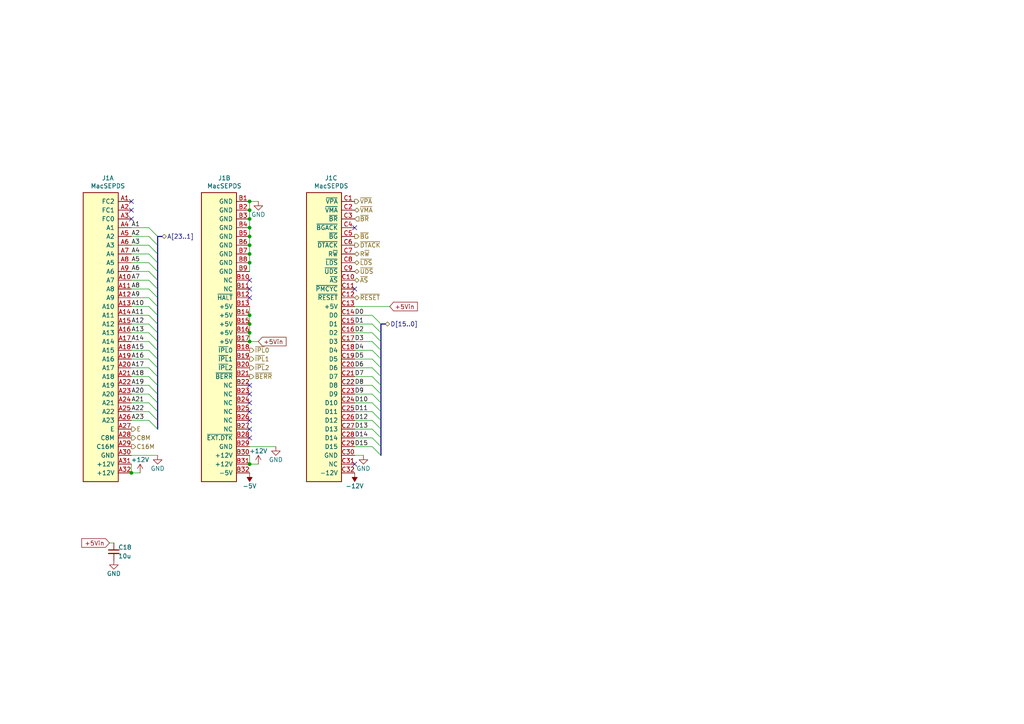
<source format=kicad_sch>
(kicad_sch (version 20231120) (generator "eeschema") (generator_version "8.0")
  (paper "A4")
  (title_block (title "WarpSE (GW4410A)") (date "2024-04-23") (rev "1.0") (company "Garrett's Workshop"))
  (lib_symbols
    (symbol "Device:C_Small" (pin_numbers hide) (pin_names (offset 0.254) hide)
      (property "Reference" "C" (at 0.254 1.778 0))
      (property "Value" "C_Small" (at 0.254 -2.032 0))
      (symbol "C_Small_0_1"
        (polyline (pts (xy -1.524 -0.508) (xy 1.524 -0.508)) (stroke (width 0.3302)))
        (polyline (pts (xy -1.524 0.508) (xy 1.524 0.508)) (stroke (width 0.3048)))
      )
      (symbol "C_Small_1_1"
        (pin passive line (at 0 2.54 270) (length 2.032) (name "~") (number "1"))
        (pin passive line (at 0 -2.54 90) (length 2.032) (name "~") (number "2"))
      )
    )
    (symbol "GW_Connector:MacSEPDS" (pin_names (offset 1.016))
      (property "Reference" "J" (at 0 45.72 0))
      (property "Value" "MacSEPDS" (at 0 -40.64 0))
      (symbol "MacSEPDS_0_1"
        (rectangle (start 0 44.45) (end -10.16 -39.37) (stroke (width 0.254)) (fill (type background)))
      )
      (symbol "MacSEPDS_1_1"
        (pin unspecified line (at 3.81 41.91 180) (length 3.81) (name "FC2") (number "A1"))
        (pin unspecified line (at 3.81 19.05 180) (length 3.81) (name "A7") (number "A10"))
        (pin unspecified line (at 3.81 16.51 180) (length 3.81) (name "A8") (number "A11"))
        (pin unspecified line (at 3.81 13.97 180) (length 3.81) (name "A9") (number "A12"))
        (pin unspecified line (at 3.81 11.43 180) (length 3.81) (name "A10") (number "A13"))
        (pin unspecified line (at 3.81 8.89 180) (length 3.81) (name "A11") (number "A14"))
        (pin unspecified line (at 3.81 6.35 180) (length 3.81) (name "A12") (number "A15"))
        (pin unspecified line (at 3.81 3.81 180) (length 3.81) (name "A13") (number "A16"))
        (pin unspecified line (at 3.81 1.27 180) (length 3.81) (name "A14") (number "A17"))
        (pin unspecified line (at 3.81 -1.27 180) (length 3.81) (name "A15") (number "A18"))
        (pin unspecified line (at 3.81 -3.81 180) (length 3.81) (name "A16") (number "A19"))
        (pin unspecified line (at 3.81 39.37 180) (length 3.81) (name "FC1") (number "A2"))
        (pin unspecified line (at 3.81 -6.35 180) (length 3.81) (name "A17") (number "A20"))
        (pin unspecified line (at 3.81 -8.89 180) (length 3.81) (name "A18") (number "A21"))
        (pin unspecified line (at 3.81 -11.43 180) (length 3.81) (name "A19") (number "A22"))
        (pin unspecified line (at 3.81 -13.97 180) (length 3.81) (name "A20") (number "A23"))
        (pin unspecified line (at 3.81 -16.51 180) (length 3.81) (name "A21") (number "A24"))
        (pin unspecified line (at 3.81 -19.05 180) (length 3.81) (name "A22") (number "A25"))
        (pin unspecified line (at 3.81 -21.59 180) (length 3.81) (name "A23") (number "A26"))
        (pin unspecified line (at 3.81 -24.13 180) (length 3.81) (name "E") (number "A27"))
        (pin unspecified line (at 3.81 -26.67 180) (length 3.81) (name "C8M") (number "A28"))
        (pin unspecified line (at 3.81 -29.21 180) (length 3.81) (name "C16M") (number "A29"))
        (pin unspecified line (at 3.81 36.83 180) (length 3.81) (name "FC0") (number "A3"))
        (pin unspecified line (at 3.81 -31.75 180) (length 3.81) (name "GND") (number "A30"))
        (pin unspecified line (at 3.81 -34.29 180) (length 3.81) (name "+12V") (number "A31"))
        (pin unspecified line (at 3.81 -36.83 180) (length 3.81) (name "+12V") (number "A32"))
        (pin unspecified line (at 3.81 34.29 180) (length 3.81) (name "A1") (number "A4"))
        (pin unspecified line (at 3.81 31.75 180) (length 3.81) (name "A2") (number "A5"))
        (pin unspecified line (at 3.81 29.21 180) (length 3.81) (name "A3") (number "A6"))
        (pin unspecified line (at 3.81 26.67 180) (length 3.81) (name "A4") (number "A7"))
        (pin unspecified line (at 3.81 24.13 180) (length 3.81) (name "A5") (number "A8"))
        (pin unspecified line (at 3.81 21.59 180) (length 3.81) (name "A6") (number "A9"))
      )
      (symbol "MacSEPDS_2_1"
        (pin unspecified line (at 3.81 41.91 180) (length 3.81) (name "GND") (number "B1"))
        (pin unspecified line (at 3.81 19.05 180) (length 3.81) (name "NC") (number "B10"))
        (pin unspecified line (at 3.81 16.51 180) (length 3.81) (name "NC") (number "B11"))
        (pin unspecified line (at 3.81 13.97 180) (length 3.81) (name "~{HALT}") (number "B12"))
        (pin unspecified line (at 3.81 11.43 180) (length 3.81) (name "+5V") (number "B13"))
        (pin unspecified line (at 3.81 8.89 180) (length 3.81) (name "+5V") (number "B14"))
        (pin unspecified line (at 3.81 6.35 180) (length 3.81) (name "+5V") (number "B15"))
        (pin unspecified line (at 3.81 3.81 180) (length 3.81) (name "+5V") (number "B16"))
        (pin unspecified line (at 3.81 1.27 180) (length 3.81) (name "+5V") (number "B17"))
        (pin unspecified line (at 3.81 -1.27 180) (length 3.81) (name "~{IPL}0") (number "B18"))
        (pin unspecified line (at 3.81 -3.81 180) (length 3.81) (name "~{IPL}1") (number "B19"))
        (pin unspecified line (at 3.81 39.37 180) (length 3.81) (name "GND") (number "B2"))
        (pin unspecified line (at 3.81 -6.35 180) (length 3.81) (name "~{IPL}2") (number "B20"))
        (pin unspecified line (at 3.81 -8.89 180) (length 3.81) (name "~{BERR}") (number "B21"))
        (pin unspecified line (at 3.81 -11.43 180) (length 3.81) (name "NC") (number "B22"))
        (pin unspecified line (at 3.81 -13.97 180) (length 3.81) (name "NC") (number "B23"))
        (pin unspecified line (at 3.81 -16.51 180) (length 3.81) (name "NC") (number "B24"))
        (pin unspecified line (at 3.81 -19.05 180) (length 3.81) (name "NC") (number "B25"))
        (pin unspecified line (at 3.81 -21.59 180) (length 3.81) (name "NC") (number "B26"))
        (pin unspecified line (at 3.81 -24.13 180) (length 3.81) (name "NC") (number "B27"))
        (pin unspecified line (at 3.81 -26.67 180) (length 3.81) (name "~{EXT.DTK}") (number "B28"))
        (pin unspecified line (at 3.81 -29.21 180) (length 3.81) (name "GND") (number "B29"))
        (pin unspecified line (at 3.81 36.83 180) (length 3.81) (name "GND") (number "B3"))
        (pin unspecified line (at 3.81 -31.75 180) (length 3.81) (name "+12V") (number "B30"))
        (pin unspecified line (at 3.81 -34.29 180) (length 3.81) (name "+12V") (number "B31"))
        (pin unspecified line (at 3.81 -36.83 180) (length 3.81) (name "-5V") (number "B32"))
        (pin unspecified line (at 3.81 34.29 180) (length 3.81) (name "GND") (number "B4"))
        (pin unspecified line (at 3.81 31.75 180) (length 3.81) (name "GND") (number "B5"))
        (pin unspecified line (at 3.81 29.21 180) (length 3.81) (name "GND") (number "B6"))
        (pin unspecified line (at 3.81 26.67 180) (length 3.81) (name "GND") (number "B7"))
        (pin unspecified line (at 3.81 24.13 180) (length 3.81) (name "GND") (number "B8"))
        (pin unspecified line (at 3.81 21.59 180) (length 3.81) (name "GND") (number "B9"))
      )
      (symbol "MacSEPDS_3_1"
        (pin unspecified line (at 3.81 41.91 180) (length 3.81) (name "~{VPA}") (number "C1"))
        (pin unspecified line (at 3.81 19.05 180) (length 3.81) (name "~{AS}") (number "C10"))
        (pin unspecified line (at 3.81 16.51 180) (length 3.81) (name "~{PMCYC}") (number "C11"))
        (pin unspecified line (at 3.81 13.97 180) (length 3.81) (name "~{RESET}") (number "C12"))
        (pin unspecified line (at 3.81 11.43 180) (length 3.81) (name "+5V") (number "C13"))
        (pin unspecified line (at 3.81 8.89 180) (length 3.81) (name "D0") (number "C14"))
        (pin unspecified line (at 3.81 6.35 180) (length 3.81) (name "D1") (number "C15"))
        (pin unspecified line (at 3.81 3.81 180) (length 3.81) (name "D2") (number "C16"))
        (pin unspecified line (at 3.81 1.27 180) (length 3.81) (name "D3") (number "C17"))
        (pin unspecified line (at 3.81 -1.27 180) (length 3.81) (name "D4") (number "C18"))
        (pin unspecified line (at 3.81 -3.81 180) (length 3.81) (name "D5") (number "C19"))
        (pin unspecified line (at 3.81 39.37 180) (length 3.81) (name "~{VMA}") (number "C2"))
        (pin unspecified line (at 3.81 -6.35 180) (length 3.81) (name "D6") (number "C20"))
        (pin unspecified line (at 3.81 -8.89 180) (length 3.81) (name "D7") (number "C21"))
        (pin unspecified line (at 3.81 -11.43 180) (length 3.81) (name "D8") (number "C22"))
        (pin unspecified line (at 3.81 -13.97 180) (length 3.81) (name "D9") (number "C23"))
        (pin unspecified line (at 3.81 -16.51 180) (length 3.81) (name "D10") (number "C24"))
        (pin unspecified line (at 3.81 -19.05 180) (length 3.81) (name "D11") (number "C25"))
        (pin unspecified line (at 3.81 -21.59 180) (length 3.81) (name "D12") (number "C26"))
        (pin unspecified line (at 3.81 -24.13 180) (length 3.81) (name "D13") (number "C27"))
        (pin unspecified line (at 3.81 -26.67 180) (length 3.81) (name "D14") (number "C28"))
        (pin unspecified line (at 3.81 -29.21 180) (length 3.81) (name "D15") (number "C29"))
        (pin unspecified line (at 3.81 36.83 180) (length 3.81) (name "~{BR}") (number "C3"))
        (pin unspecified line (at 3.81 -31.75 180) (length 3.81) (name "GND") (number "C30"))
        (pin unspecified line (at 3.81 -34.29 180) (length 3.81) (name "NC") (number "C31"))
        (pin unspecified line (at 3.81 -36.83 180) (length 3.81) (name "-12V") (number "C32"))
        (pin unspecified line (at 3.81 34.29 180) (length 3.81) (name "~{BGACK}") (number "C4"))
        (pin unspecified line (at 3.81 31.75 180) (length 3.81) (name "~{BG}") (number "C5"))
        (pin unspecified line (at 3.81 29.21 180) (length 3.81) (name "~{DTACK}") (number "C6"))
        (pin unspecified line (at 3.81 26.67 180) (length 3.81) (name "R~{W}") (number "C7"))
        (pin unspecified line (at 3.81 24.13 180) (length 3.81) (name "~{LDS}") (number "C8"))
        (pin unspecified line (at 3.81 21.59 180) (length 3.81) (name "~{UDS}") (number "C9"))
      )
    )
    (symbol "power:+12V" (power) (pin_names (offset 0))
      (property "Value" "+12V" (at 0 3.556 0))
      (symbol "+12V_0_1"
        (polyline (pts (xy -0.762 1.27) (xy 0 2.54)))
        (polyline (pts (xy 0 0) (xy 0 2.54)))
        (polyline (pts (xy 0 2.54) (xy 0.762 1.27)))
      )
      (symbol "+12V_1_1"
        (pin power_in line (at 0 0 90) (length 0) hide (name "+12V") (number "1"))
      )
    )
    (symbol "power:-12V" (power) (pin_names (offset 0))
      (property "Value" "-12V" (at 0 3.81 0))
      (symbol "-12V_0_0"
        (pin power_in line (at 0 0 90) (length 0) hide (name "-12V") (number "1"))
      )
      (symbol "-12V_0_1"
        (polyline (pts (xy 0 0) (xy 0 1.27) (xy 0.762 1.27) (xy 0 2.54) (xy -0.762 1.27) (xy 0 1.27)) (fill (type outline)))
      )
    )
    (symbol "power:-5V" (power) (pin_names (offset 0))
      (property "Value" "-5V" (at 0 3.81 0))
      (symbol "-5V_0_0"
        (pin power_in line (at 0 0 90) (length 0) hide (name "-5V") (number "1"))
      )
      (symbol "-5V_0_1"
        (polyline (pts (xy 0 0) (xy 0 1.27) (xy 0.762 1.27) (xy 0 2.54) (xy -0.762 1.27) (xy 0 1.27)) (fill (type outline)))
      )
    )
    (symbol "power:GND" (power) (pin_names (offset 0))
      (property "Value" "GND" (at 0 -3.81 0))
      (symbol "GND_0_1"
        (polyline (pts (xy 0 0) (xy 0 -1.27) (xy 1.27 -1.27) (xy 0 -2.54) (xy -1.27 -1.27) (xy 0 -1.27)))
      )
      (symbol "GND_1_1"
        (pin power_in line (at 0 0 270) (length 0) hide (name "GND") (number "1"))
      )
    )
  )
  (junction (at 72.39 91.44))
  (junction (at 72.39 58.42))
  (junction (at 72.39 60.96))
  (junction (at 72.39 68.58))
  (junction (at 72.39 99.06))
  (junction (at 72.39 134.62))
  (junction (at 72.39 93.98))
  (junction (at 72.39 66.04))
  (junction (at 38.1 137.16))
  (junction (at 72.39 63.5))
  (junction (at 72.39 71.12))
  (junction (at 72.39 73.66))
  (junction (at 72.39 96.52))
  (junction (at 72.39 76.2))
  (no_connect (at 72.39 83.82))
  (no_connect (at 102.87 66.04))
  (no_connect (at 72.39 81.28))
  (no_connect (at 72.39 121.92))
  (no_connect (at 72.39 116.84))
  (no_connect (at 38.1 60.96))
  (no_connect (at 72.39 119.38))
  (no_connect (at 38.1 63.5))
  (no_connect (at 72.39 86.36))
  (no_connect (at 72.39 124.46))
  (no_connect (at 38.1 58.42))
  (no_connect (at 102.87 134.62))
  (no_connect (at 72.39 127))
  (no_connect (at 72.39 111.76))
  (no_connect (at 72.39 114.3))
  (no_connect (at 102.87 83.82))
  (bus_entry (at 43.18 73.66) (size 2.54 2.54))
  (bus_entry (at 107.95 121.92) (size 2.54 2.54))
  (bus_entry (at 107.95 91.44) (size 2.54 2.54))
  (bus_entry (at 107.95 119.38) (size 2.54 2.54))
  (bus_entry (at 107.95 114.3) (size 2.54 2.54))
  (bus_entry (at 43.18 68.58) (size 2.54 2.54))
  (bus_entry (at 43.18 99.06) (size 2.54 2.54))
  (bus_entry (at 107.95 111.76) (size 2.54 2.54))
  (bus_entry (at 107.95 129.54) (size 2.54 2.54))
  (bus_entry (at 43.18 76.2) (size 2.54 2.54))
  (bus_entry (at 43.18 111.76) (size 2.54 2.54))
  (bus_entry (at 43.18 83.82) (size 2.54 2.54))
  (bus_entry (at 43.18 121.92) (size 2.54 2.54))
  (bus_entry (at 107.95 127) (size 2.54 2.54))
  (bus_entry (at 43.18 78.74) (size 2.54 2.54))
  (bus_entry (at 43.18 66.04) (size 2.54 2.54))
  (bus_entry (at 43.18 91.44) (size 2.54 2.54))
  (bus_entry (at 107.95 101.6) (size 2.54 2.54))
  (bus_entry (at 43.18 114.3) (size 2.54 2.54))
  (bus_entry (at 43.18 81.28) (size 2.54 2.54))
  (bus_entry (at 43.18 71.12) (size 2.54 2.54))
  (bus_entry (at 107.95 99.06) (size 2.54 2.54))
  (bus_entry (at 107.95 93.98) (size 2.54 2.54))
  (bus_entry (at 43.18 116.84) (size 2.54 2.54))
  (bus_entry (at 107.95 106.68) (size 2.54 2.54))
  (bus_entry (at 43.18 101.6) (size 2.54 2.54))
  (bus_entry (at 43.18 104.14) (size 2.54 2.54))
  (bus_entry (at 43.18 109.22) (size 2.54 2.54))
  (bus_entry (at 107.95 96.52) (size 2.54 2.54))
  (bus_entry (at 43.18 93.98) (size 2.54 2.54))
  (bus_entry (at 107.95 109.22) (size 2.54 2.54))
  (bus_entry (at 107.95 124.46) (size 2.54 2.54))
  (bus_entry (at 43.18 86.36) (size 2.54 2.54))
  (bus_entry (at 107.95 116.84) (size 2.54 2.54))
  (bus_entry (at 43.18 96.52) (size 2.54 2.54))
  (bus_entry (at 107.95 104.14) (size 2.54 2.54))
  (bus_entry (at 43.18 119.38) (size 2.54 2.54))
  (bus_entry (at 43.18 106.68) (size 2.54 2.54))
  (bus_entry (at 43.18 88.9) (size 2.54 2.54))
  (wire (pts (xy 72.39 68.58) (xy 72.39 66.04)))
  (wire (pts (xy 38.1 109.22) (xy 43.18 109.22)))
  (bus (pts (xy 45.72 68.58) (xy 45.72 71.12)))
  (wire (pts (xy 102.87 116.84) (xy 107.95 116.84)))
  (bus (pts (xy 110.49 109.22) (xy 110.49 111.76)))
  (wire (pts (xy 40.64 137.16) (xy 38.1 137.16)))
  (bus (pts (xy 110.49 106.68) (xy 110.49 109.22)))
  (wire (pts (xy 102.87 99.06) (xy 107.95 99.06)))
  (bus (pts (xy 45.72 86.36) (xy 45.72 88.9)))
  (bus (pts (xy 45.72 121.92) (xy 45.72 124.46)))
  (wire (pts (xy 72.39 93.98) (xy 72.39 96.52)))
  (bus (pts (xy 45.72 111.76) (xy 45.72 114.3)))
  (bus (pts (xy 110.49 129.54) (xy 110.49 132.08)))
  (bus (pts (xy 45.72 71.12) (xy 45.72 73.66)))
  (wire (pts (xy 38.1 78.74) (xy 43.18 78.74)))
  (wire (pts (xy 72.39 66.04) (xy 72.39 63.5)))
  (bus (pts (xy 110.49 111.76) (xy 110.49 114.3)))
  (bus (pts (xy 45.72 76.2) (xy 45.72 78.74)))
  (wire (pts (xy 102.87 106.68) (xy 107.95 106.68)))
  (wire (pts (xy 72.39 60.96) (xy 72.39 58.42)))
  (wire (pts (xy 102.87 91.44) (xy 107.95 91.44)))
  (bus (pts (xy 110.49 114.3) (xy 110.49 116.84)))
  (wire (pts (xy 38.1 106.68) (xy 43.18 106.68)))
  (bus (pts (xy 45.72 73.66) (xy 45.72 76.2)))
  (bus (pts (xy 45.72 114.3) (xy 45.72 116.84)))
  (wire (pts (xy 31.75 157.48) (xy 33.02 157.48)))
  (bus (pts (xy 45.72 109.22) (xy 45.72 111.76)))
  (wire (pts (xy 38.1 73.66) (xy 43.18 73.66)))
  (bus (pts (xy 45.72 96.52) (xy 45.72 99.06)))
  (wire (pts (xy 102.87 109.22) (xy 107.95 109.22)))
  (wire (pts (xy 102.87 93.98) (xy 107.95 93.98)))
  (bus (pts (xy 45.72 78.74) (xy 45.72 81.28)))
  (wire (pts (xy 38.1 114.3) (xy 43.18 114.3)))
  (wire (pts (xy 102.87 111.76) (xy 107.95 111.76)))
  (bus (pts (xy 45.72 101.6) (xy 45.72 104.14)))
  (wire (pts (xy 38.1 101.6) (xy 43.18 101.6)))
  (bus (pts (xy 45.72 68.58) (xy 46.99 68.58)))
  (wire (pts (xy 72.39 71.12) (xy 72.39 68.58)))
  (wire (pts (xy 38.1 66.04) (xy 43.18 66.04)))
  (wire (pts (xy 38.1 121.92) (xy 43.18 121.92)))
  (wire (pts (xy 38.1 76.2) (xy 43.18 76.2)))
  (wire (pts (xy 45.72 132.08) (xy 38.1 132.08)))
  (bus (pts (xy 110.49 96.52) (xy 110.49 99.06)))
  (wire (pts (xy 72.39 78.74) (xy 72.39 76.2)))
  (wire (pts (xy 72.39 63.5) (xy 72.39 60.96)))
  (bus (pts (xy 110.49 99.06) (xy 110.49 101.6)))
  (bus (pts (xy 45.72 99.06) (xy 45.72 101.6)))
  (bus (pts (xy 45.72 119.38) (xy 45.72 121.92)))
  (wire (pts (xy 102.87 88.9) (xy 113.03 88.9)))
  (wire (pts (xy 102.87 132.08) (xy 105.41 132.08)))
  (wire (pts (xy 102.87 124.46) (xy 107.95 124.46)))
  (wire (pts (xy 102.87 96.52) (xy 107.95 96.52)))
  (bus (pts (xy 110.49 119.38) (xy 110.49 121.92)))
  (wire (pts (xy 38.1 119.38) (xy 43.18 119.38)))
  (bus (pts (xy 110.49 127) (xy 110.49 129.54)))
  (wire (pts (xy 102.87 114.3) (xy 107.95 114.3)))
  (wire (pts (xy 102.87 101.6) (xy 107.95 101.6)))
  (bus (pts (xy 45.72 83.82) (xy 45.72 86.36)))
  (bus (pts (xy 110.49 104.14) (xy 110.49 106.68)))
  (wire (pts (xy 102.87 129.54) (xy 107.95 129.54)))
  (wire (pts (xy 72.39 132.08) (xy 72.39 134.62)))
  (wire (pts (xy 38.1 91.44) (xy 43.18 91.44)))
  (bus (pts (xy 45.72 93.98) (xy 45.72 96.52)))
  (wire (pts (xy 102.87 127) (xy 107.95 127)))
  (bus (pts (xy 110.49 124.46) (xy 110.49 127)))
  (wire (pts (xy 72.39 91.44) (xy 72.39 93.98)))
  (wire (pts (xy 38.1 116.84) (xy 43.18 116.84)))
  (wire (pts (xy 102.87 119.38) (xy 107.95 119.38)))
  (wire (pts (xy 38.1 81.28) (xy 43.18 81.28)))
  (wire (pts (xy 72.39 76.2) (xy 72.39 73.66)))
  (bus (pts (xy 45.72 88.9) (xy 45.72 91.44)))
  (bus (pts (xy 110.49 93.98) (xy 111.76 93.98)))
  (wire (pts (xy 38.1 104.14) (xy 43.18 104.14)))
  (wire (pts (xy 38.1 96.52) (xy 43.18 96.52)))
  (wire (pts (xy 38.1 111.76) (xy 43.18 111.76)))
  (bus (pts (xy 110.49 93.98) (xy 110.49 96.52)))
  (wire (pts (xy 72.39 73.66) (xy 72.39 71.12)))
  (bus (pts (xy 45.72 104.14) (xy 45.72 106.68)))
  (wire (pts (xy 74.93 58.42) (xy 72.39 58.42)))
  (wire (pts (xy 38.1 86.36) (xy 43.18 86.36)))
  (bus (pts (xy 45.72 81.28) (xy 45.72 83.82)))
  (wire (pts (xy 38.1 68.58) (xy 43.18 68.58)))
  (wire (pts (xy 102.87 121.92) (xy 107.95 121.92)))
  (wire (pts (xy 80.01 129.54) (xy 72.39 129.54)))
  (bus (pts (xy 110.49 101.6) (xy 110.49 104.14)))
  (wire (pts (xy 72.39 96.52) (xy 72.39 99.06)))
  (wire (pts (xy 38.1 83.82) (xy 43.18 83.82)))
  (wire (pts (xy 38.1 93.98) (xy 43.18 93.98)))
  (bus (pts (xy 110.49 116.84) (xy 110.49 119.38)))
  (wire (pts (xy 72.39 88.9) (xy 72.39 91.44)))
  (bus (pts (xy 45.72 106.68) (xy 45.72 109.22)))
  (wire (pts (xy 102.87 104.14) (xy 107.95 104.14)))
  (wire (pts (xy 38.1 71.12) (xy 43.18 71.12)))
  (bus (pts (xy 45.72 91.44) (xy 45.72 93.98)))
  (bus (pts (xy 45.72 116.84) (xy 45.72 119.38)))
  (wire (pts (xy 74.93 99.06) (xy 72.39 99.06)))
  (wire (pts (xy 74.93 134.62) (xy 72.39 134.62)))
  (wire (pts (xy 38.1 88.9) (xy 43.18 88.9)))
  (bus (pts (xy 110.49 121.92) (xy 110.49 124.46)))
  (wire (pts (xy 38.1 137.16) (xy 38.1 134.62)))
  (wire (pts (xy 38.1 99.06) (xy 43.18 99.06)))
  (label "A21" (at 38.1 116.84 0))
  (label "A3" (at 38.1 71.12 0))
  (label "D12" (at 102.87 121.92 0))
  (label "A11" (at 38.1 91.44 0))
  (label "D7" (at 102.87 109.22 0))
  (label "A15" (at 38.1 101.6 0))
  (label "A20" (at 38.1 114.3 0))
  (label "A16" (at 38.1 104.14 0))
  (label "D9" (at 102.87 114.3 0))
  (label "A23" (at 38.1 121.92 0))
  (label "A18" (at 38.1 109.22 0))
  (label "A7" (at 38.1 81.28 0))
  (label "D2" (at 102.87 96.52 0))
  (label "A4" (at 38.1 73.66 0))
  (label "A8" (at 38.1 83.82 0))
  (label "A22" (at 38.1 119.38 0))
  (label "D6" (at 102.87 106.68 0))
  (label "A17" (at 38.1 106.68 0))
  (label "D5" (at 102.87 104.14 0))
  (label "A14" (at 38.1 99.06 0))
  (label "D1" (at 102.87 93.98 0))
  (label "D15" (at 102.87 129.54 0))
  (label "A5" (at 38.1 76.2 0))
  (label "D0" (at 102.87 91.44 0))
  (label "A6" (at 38.1 78.74 0))
  (label "A10" (at 38.1 88.9 0))
  (label "D14" (at 102.87 127 0))
  (label "A9" (at 38.1 86.36 0))
  (label "D8" (at 102.87 111.76 0))
  (label "A13" (at 38.1 96.52 0))
  (label "D3" (at 102.87 99.06 0))
  (label "D4" (at 102.87 101.6 0))
  (label "D10" (at 102.87 116.84 0))
  (label "A1" (at 38.1 66.04 0))
  (label "A12" (at 38.1 93.98 0))
  (label "D13" (at 102.87 124.46 0))
  (label "A19" (at 38.1 111.76 0))
  (label "D11" (at 102.87 119.38 0))
  (label "A2" (at 38.1 68.58 0))
  (global_label "+5Vin" (shape input) (at 74.93 99.06 0) (property "Intersheetrefs" "${INTERSHEET_REFS}" (effects (hide yes))))
  (global_label "+5Vin" (shape input) (at 113.03 88.9 0) (property "Intersheetrefs" "${INTERSHEET_REFS}" (effects (hide yes))))
  (global_label "+5Vin" (shape input) (at 31.75 157.48 180) (property "Intersheetrefs" "${INTERSHEET_REFS}" (effects (hide yes))))
  (hierarchical_label "E" (shape output) (at 38.1 124.46 0))
  (hierarchical_label "~{IPL}2" (shape output) (at 72.39 106.68 0))
  (hierarchical_label "C8M" (shape output) (at 38.1 127 0))
  (hierarchical_label "R~{W}" (shape bidirectional) (at 102.87 73.66 0))
  (hierarchical_label "~{AS}" (shape bidirectional) (at 102.87 81.28 0))
  (hierarchical_label "~{VMA}" (shape bidirectional) (at 102.87 60.96 0))
  (hierarchical_label "~{IPL}1" (shape output) (at 72.39 104.14 0))
  (hierarchical_label "~{UDS}" (shape bidirectional) (at 102.87 78.74 0))
  (hierarchical_label "~{RESET}" (shape bidirectional) (at 102.87 86.36 0))
  (hierarchical_label "A[23..1]" (shape bidirectional) (at 46.99 68.58 0))
  (hierarchical_label "C16M" (shape output) (at 38.1 129.54 0))
  (hierarchical_label "D[15..0]" (shape bidirectional) (at 111.76 93.98 0))
  (hierarchical_label "~{BERR}" (shape output) (at 72.39 109.22 0))
  (hierarchical_label "~{IPL}0" (shape output) (at 72.39 101.6 0))
  (hierarchical_label "~{DTACK}" (shape output) (at 102.87 71.12 0))
  (hierarchical_label "~{VPA}" (shape output) (at 102.87 58.42 0))
  (hierarchical_label "~{LDS}" (shape bidirectional) (at 102.87 76.2 0))
  (hierarchical_label "~{BG}" (shape output) (at 102.87 68.58 0))
  (hierarchical_label "~{BR}" (shape input) (at 102.87 63.5 0))
  (symbol (lib_id "GW_Connector:MacSEPDS") (at 34.29 100.33 0) (unit 1)
    (property "Reference" "J1" (at 31.2928 51.6382 0))
    (property "Value" "MacSEPDS" (at 31.2928 53.9496 0))
    (property "Footprint" "stdpads:DIN41612_R_3x32_Male_Vertical_THT" (effects (hide yes)))
  )
  (symbol (lib_id "GW_Connector:MacSEPDS") (at 68.58 100.33 0) (unit 2)
    (property "Reference" "J1" (at 65.0748 51.6382 0))
    (property "Value" "MacSEPDS" (at 65.0748 53.9496 0))
    (property "Footprint" "stdpads:DIN41612_R_3x32_Male_Vertical_THT" (effects (hide yes)))
  )
  (symbol (lib_id "GW_Connector:MacSEPDS") (at 99.06 100.33 0) (unit 3)
    (property "Reference" "J1" (at 96.0628 51.6382 0))
    (property "Value" "MacSEPDS" (at 96.0628 53.9496 0))
    (property "Footprint" "stdpads:DIN41612_R_3x32_Male_Vertical_THT" (effects (hide yes)))
  )
  (symbol (lib_id "power:GND") (at 74.93 58.42 0) (unit 1)
    (property "Reference" "#PWR0144" (effects (hide yes)))
    (property "Value" "GND" (at 74.93 62.23 0))
  )
  (symbol (lib_id "power:GND") (at 105.41 132.08 0) (unit 1)
    (property "Reference" "#PWR0146" (effects (hide yes)))
    (property "Value" "GND" (at 105.41 135.89 0))
  )
  (symbol (lib_id "power:GND") (at 45.72 132.08 0) (unit 1)
    (property "Reference" "#PWR0147" (effects (hide yes)))
    (property "Value" "GND" (at 45.72 135.89 0))
  )
  (symbol (lib_id "power:GND") (at 80.01 129.54 0) (unit 1)
    (property "Reference" "#PWR0149" (effects (hide yes)))
    (property "Value" "GND" (at 80.01 133.35 0))
  )
  (symbol (lib_id "Device:C_Small") (at 33.02 160.02 0) (unit 1)
    (property "Reference" "C18" (at 34.29 158.75 0) (effects (justify left)))
    (property "Value" "10u" (at 34.29 161.29 0) (effects (justify left)))
    (property "Footprint" "stdpads:C_0805" (effects (hide yes)))
    (property "LCSC Part" "C15850" (effects (hide yes)))
  )
  (symbol (lib_id "power:-5V") (at 72.39 137.16 180) (unit 1)
    (property "Reference" "#PWR0109" (effects (hide yes)))
    (property "Value" "-5V" (at 72.39 140.97 0))
  )
  (symbol (lib_id "power:+12V") (at 40.64 137.16 0) (unit 1)
    (property "Reference" "#PWR0110" (effects (hide yes)))
    (property "Value" "+12V" (at 40.64 133.35 0))
  )
  (symbol (lib_id "power:+12V") (at 74.93 134.62 0) (unit 1)
    (property "Reference" "#PWR0111" (effects (hide yes)))
    (property "Value" "+12V" (at 74.93 130.81 0))
  )
  (symbol (lib_id "power:-12V") (at 102.87 137.16 180) (unit 1)
    (property "Reference" "#PWR0112" (effects (hide yes)))
    (property "Value" "-12V" (at 102.87 140.97 0))
  )
  (symbol (lib_id "power:GND") (at 33.02 162.56 0) (mirror y) (unit 1)
    (property "Reference" "#PWR048" (effects (hide yes)))
    (property "Value" "GND" (at 33.02 166.37 0))
  )
)
</source>
